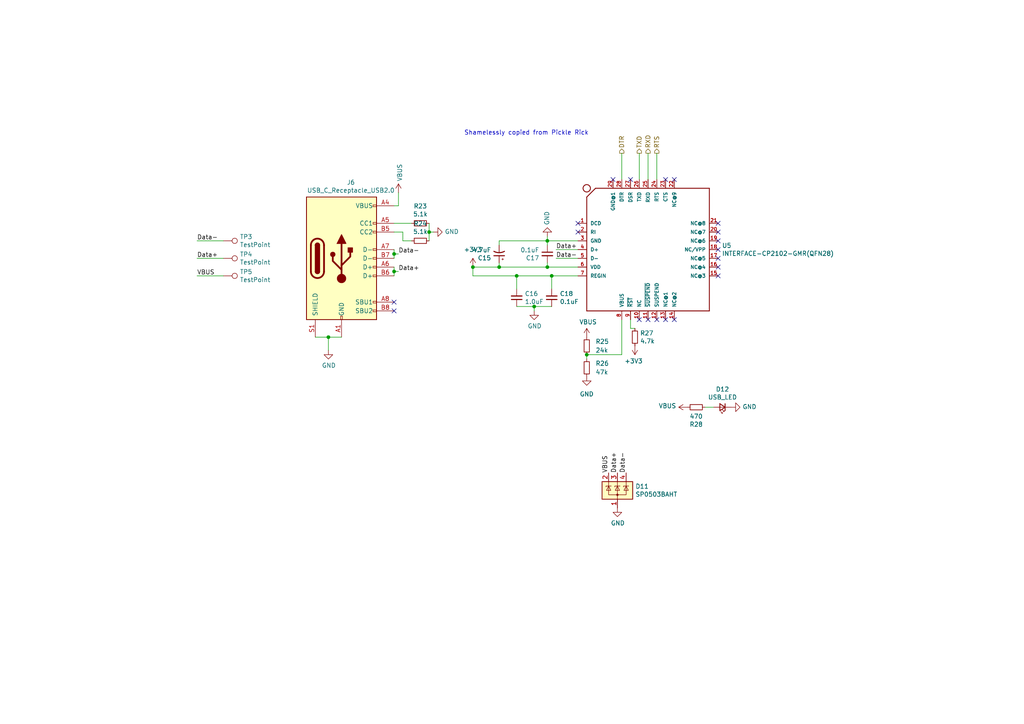
<source format=kicad_sch>
(kicad_sch (version 20211123) (generator eeschema)
  (paper "A4")
  (lib_symbols
    (symbol "Connector:TestPoint" (pin_numbers hide) (pin_names (offset 0.762) hide)
      (property "Reference" "TP" (at 0 6.858 0))
      (property "Value" "TestPoint" (at 0 5.08 0))
      (symbol "TestPoint_0_1"
        (circle (center 0 3.302) (radius 0.762))
      )
      (symbol "TestPoint_1_1"
        (pin passive line (at 0 0 90) (length 2.54) (name "1") (number "1"))
      )
    )
    (symbol "Connector:USB_C_Receptacle_USB2.0" (pin_names (offset 1.016))
      (property "Reference" "J" (at -10.16 19.05 0))
      (property "Value" "USB_C_Receptacle_USB2.0" (at 19.05 19.05 0))
      (symbol "USB_C_Receptacle_USB2.0_0_0"
        (rectangle (start -0.254 -17.78) (end 0.254 -16.764))
        (rectangle (start 10.16 -14.986) (end 9.144 -15.494))
        (rectangle (start 10.16 -12.446) (end 9.144 -12.954))
        (rectangle (start 10.16 -4.826) (end 9.144 -5.334))
        (rectangle (start 10.16 -2.286) (end 9.144 -2.794))
        (rectangle (start 10.16 0.254) (end 9.144 -0.254))
        (rectangle (start 10.16 2.794) (end 9.144 2.286))
        (rectangle (start 10.16 7.874) (end 9.144 7.366))
        (rectangle (start 10.16 10.414) (end 9.144 9.906))
        (rectangle (start 10.16 15.494) (end 9.144 14.986))
      )
      (symbol "USB_C_Receptacle_USB2.0_0_1"
        (rectangle (start -10.16 17.78) (end 10.16 -17.78) (stroke (width 0.254)) (fill (type background)))
        (arc (start -8.89 -3.81) (mid -6.985 -5.715) (end -5.08 -3.81) (stroke (width 0.508)))
        (arc (start -7.62 -3.81) (mid -6.985 -4.445) (end -6.35 -3.81) (stroke (width 0.254)))
        (arc (start -7.62 -3.81) (mid -6.985 -4.445) (end -6.35 -3.81) (stroke (width 0.254)) (fill (type outline)))
        (rectangle (start -7.62 -3.81) (end -6.35 3.81) (stroke (width 0.254)) (fill (type outline)))
        (arc (start -6.35 3.81) (mid -6.985 4.445) (end -7.62 3.81) (stroke (width 0.254)))
        (arc (start -6.35 3.81) (mid -6.985 4.445) (end -7.62 3.81) (stroke (width 0.254)) (fill (type outline)))
        (arc (start -5.08 3.81) (mid -6.985 5.715) (end -8.89 3.81) (stroke (width 0.508)))
        (circle (center -2.54 1.143) (radius 0.635) (stroke (width 0.254)) (fill (type outline)))
        (circle (center 0 -5.842) (radius 1.27) (fill (type outline)))
        (polyline (pts (xy -8.89 -3.81) (xy -8.89 3.81)) (stroke (width 0.508)))
        (polyline (pts (xy -5.08 3.81) (xy -5.08 -3.81)) (stroke (width 0.508)))
        (polyline (pts (xy 0 -5.842) (xy 0 4.318)) (stroke (width 0.508)))
        (polyline (pts (xy 0 -3.302) (xy -2.54 -0.762) (xy -2.54 0.508)) (stroke (width 0.508)))
        (polyline (pts (xy 0 -2.032) (xy 2.54 0.508) (xy 2.54 1.778)) (stroke (width 0.508)))
        (polyline (pts (xy -1.27 4.318) (xy 0 6.858) (xy 1.27 4.318) (xy -1.27 4.318)) (stroke (width 0.254)) (fill (type outline)))
        (rectangle (start 1.905 1.778) (end 3.175 3.048) (stroke (width 0.254)) (fill (type outline)))
      )
      (symbol "USB_C_Receptacle_USB2.0_1_1"
        (pin passive line (at 0 -22.86 90) (length 5.08) (name "GND") (number "A1"))
        (pin passive line (at 0 -22.86 90) (length 5.08) hide (name "GND") (number "A12"))
        (pin passive line (at 15.24 15.24 180) (length 5.08) (name "VBUS") (number "A4"))
        (pin bidirectional line (at 15.24 10.16 180) (length 5.08) (name "CC1") (number "A5"))
        (pin bidirectional line (at 15.24 -2.54 180) (length 5.08) (name "D+") (number "A6"))
        (pin bidirectional line (at 15.24 2.54 180) (length 5.08) (name "D-") (number "A7"))
        (pin bidirectional line (at 15.24 -12.7 180) (length 5.08) (name "SBU1") (number "A8"))
        (pin passive line (at 15.24 15.24 180) (length 5.08) hide (name "VBUS") (number "A9"))
        (pin passive line (at 0 -22.86 90) (length 5.08) hide (name "GND") (number "B1"))
        (pin passive line (at 0 -22.86 90) (length 5.08) hide (name "GND") (number "B12"))
        (pin passive line (at 15.24 15.24 180) (length 5.08) hide (name "VBUS") (number "B4"))
        (pin bidirectional line (at 15.24 7.62 180) (length 5.08) (name "CC2") (number "B5"))
        (pin bidirectional line (at 15.24 -5.08 180) (length 5.08) (name "D+") (number "B6"))
        (pin bidirectional line (at 15.24 0 180) (length 5.08) (name "D-") (number "B7"))
        (pin bidirectional line (at 15.24 -15.24 180) (length 5.08) (name "SBU2") (number "B8"))
        (pin passive line (at 15.24 15.24 180) (length 5.08) hide (name "VBUS") (number "B9"))
        (pin passive line (at -7.62 -22.86 90) (length 5.08) (name "SHIELD") (number "S1"))
      )
    )
    (symbol "Device:CP1_Small" (pin_numbers hide) (pin_names (offset 0.254) hide)
      (property "Reference" "C" (at 0.254 1.778 0))
      (property "Value" "Device_CP1_Small" (at 0.254 -2.032 0))
      (symbol "CP1_Small_0_1"
        (polyline (pts (xy -1.524 0.508) (xy 1.524 0.508)) (stroke (width 0.3048)))
        (polyline (pts (xy -1.27 1.524) (xy -0.762 1.524)))
        (polyline (pts (xy -1.016 1.27) (xy -1.016 1.778)))
        (arc (start 1.524 -0.762) (mid 0 -0.3734) (end -1.524 -0.762) (stroke (width 0.3048)))
      )
      (symbol "CP1_Small_1_1"
        (pin passive line (at 0 2.54 270) (length 2.032) (name "~") (number "1"))
        (pin passive line (at 0 -2.54 90) (length 2.032) (name "~") (number "2"))
      )
    )
    (symbol "Device:C_Small" (pin_numbers hide) (pin_names (offset 0.254) hide)
      (property "Reference" "C" (at 0.254 1.778 0))
      (property "Value" "C_Small" (at 0.254 -2.032 0))
      (symbol "C_Small_0_1"
        (polyline (pts (xy -1.524 -0.508) (xy 1.524 -0.508)) (stroke (width 0.3302)))
        (polyline (pts (xy -1.524 0.508) (xy 1.524 0.508)) (stroke (width 0.3048)))
      )
      (symbol "C_Small_1_1"
        (pin passive line (at 0 2.54 270) (length 2.032) (name "~") (number "1"))
        (pin passive line (at 0 -2.54 90) (length 2.032) (name "~") (number "2"))
      )
    )
    (symbol "Device:LED_Small" (pin_numbers hide) (pin_names (offset 0.254) hide)
      (property "Reference" "D" (at -1.27 3.175 0))
      (property "Value" "LED_Small" (at -4.445 -2.54 0))
      (symbol "LED_Small_0_1"
        (polyline (pts (xy -0.762 -1.016) (xy -0.762 1.016)) (stroke (width 0.254)))
        (polyline (pts (xy 1.016 0) (xy -0.762 0)))
        (polyline (pts (xy 0.762 -1.016) (xy -0.762 0) (xy 0.762 1.016) (xy 0.762 -1.016)) (stroke (width 0.254)))
        (polyline (pts (xy 0 0.762) (xy -0.508 1.27) (xy -0.254 1.27) (xy -0.508 1.27) (xy -0.508 1.016)))
        (polyline (pts (xy 0.508 1.27) (xy 0 1.778) (xy 0.254 1.778) (xy 0 1.778) (xy 0 1.524)))
      )
      (symbol "LED_Small_1_1"
        (pin passive line (at -2.54 0 0) (length 1.778) (name "K") (number "1"))
        (pin passive line (at 2.54 0 180) (length 1.778) (name "A") (number "2"))
      )
    )
    (symbol "Device:R_Small" (pin_numbers hide) (pin_names (offset 0.254) hide)
      (property "Reference" "R" (at 0.762 0.508 0))
      (property "Value" "R_Small" (at 0.762 -1.016 0))
      (symbol "R_Small_0_1"
        (rectangle (start -0.762 1.778) (end 0.762 -1.778) (stroke (width 0.2032)))
      )
      (symbol "R_Small_1_1"
        (pin passive line (at 0 2.54 270) (length 0.762) (name "~") (number "1"))
        (pin passive line (at 0 -2.54 90) (length 0.762) (name "~") (number "2"))
      )
    )
    (symbol "Power_Protection:SP0503BAHT" (pin_names hide)
      (property "Reference" "D" (at 5.715 2.54 0))
      (property "Value" "SP0503BAHT" (at 5.715 0.635 0))
      (symbol "SP0503BAHT_0_0"
        (pin passive line (at 0 -5.08 90) (length 2.54) (name "A") (number "1"))
      )
      (symbol "SP0503BAHT_0_1"
        (rectangle (start -4.445 2.54) (end 4.445 -2.54) (stroke (width 0.254)) (fill (type background)))
        (circle (center 0 -1.27) (radius 0.254) (fill (type outline)))
        (polyline (pts (xy -2.54 2.54) (xy -2.54 1.27)))
        (polyline (pts (xy 0 -1.27) (xy 0 -2.54)))
        (polyline (pts (xy 0 -1.27) (xy 0 1.27)))
        (polyline (pts (xy 0 2.54) (xy 0 1.27)))
        (polyline (pts (xy 0.635 1.27) (xy 0.762 1.27)))
        (polyline (pts (xy 2.54 2.54) (xy 2.54 1.27)))
        (polyline (pts (xy 0.635 1.27) (xy -0.762 1.27) (xy -0.762 1.016)))
        (polyline (pts (xy -3.302 1.016) (xy -3.302 1.27) (xy -1.905 1.27) (xy -1.778 1.27)))
        (polyline (pts (xy -2.54 1.27) (xy -2.54 -1.27) (xy 2.54 -1.27) (xy 2.54 1.27)))
        (polyline (pts (xy -2.54 1.27) (xy -1.905 0) (xy -3.175 0) (xy -2.54 1.27)))
        (polyline (pts (xy 0.635 0) (xy -0.635 0) (xy 0 1.27) (xy 0.635 0)))
        (polyline (pts (xy 1.778 1.016) (xy 1.778 1.27) (xy 3.175 1.27) (xy 3.302 1.27)))
        (polyline (pts (xy 2.54 1.27) (xy 1.905 0) (xy 3.175 0) (xy 2.54 1.27)))
      )
      (symbol "SP0503BAHT_1_1"
        (pin passive line (at -2.54 5.08 270) (length 2.54) (name "K") (number "2"))
        (pin passive line (at 0 5.08 270) (length 2.54) (name "K") (number "3"))
        (pin passive line (at 2.54 5.08 270) (length 2.54) (name "K") (number "4"))
      )
    )
    (symbol "iclr:INTERFACE-CP2102-GMR(QFN28)" (pin_names (offset 1.016))
      (property "Reference" "U" (at -17.8054 20.3454 0))
      (property "Value" "iclr_INTERFACE-CP2102-GMR(QFN28)" (at -17.78 -17.78 0))
      (symbol "INTERFACE-CP2102-GMR(QFN28)_0_0"
        (circle (center -17.78 17.78) (radius 1.0668) (stroke (width 0.254)))
        (polyline (pts (xy -17.78 -17.78) (xy -17.78 15.24)) (stroke (width 0.254)))
        (polyline (pts (xy -17.78 15.24) (xy -15.24 17.78)) (stroke (width 0.254)))
        (polyline (pts (xy -15.24 17.78) (xy 17.78 17.78)) (stroke (width 0.254)))
        (polyline (pts (xy 17.78 -17.78) (xy -17.78 -17.78)) (stroke (width 0.254)))
        (polyline (pts (xy 17.78 17.78) (xy 17.78 -17.78)) (stroke (width 0.254)))
        (pin bidirectional line (at -20.32 7.62 0) (length 2.54) (name "DCD") (number "1"))
        (pin bidirectional line (at -2.54 -20.32 90) (length 2.54) (name "NC") (number "10"))
        (pin bidirectional line (at 0 -20.32 90) (length 2.54) (name "~{SUSPEND}") (number "11"))
        (pin bidirectional line (at 2.54 -20.32 90) (length 2.54) (name "SUSPEND") (number "12"))
        (pin bidirectional line (at 5.08 -20.32 90) (length 2.54) (name "NC@1") (number "13"))
        (pin bidirectional line (at 7.62 -20.32 90) (length 2.54) (name "NC@2") (number "14"))
        (pin bidirectional line (at 20.32 -7.62 180) (length 2.54) (name "NC@3") (number "15"))
        (pin bidirectional line (at 20.32 -5.08 180) (length 2.54) (name "NC@4") (number "16"))
        (pin bidirectional line (at 20.32 -2.54 180) (length 2.54) (name "NC@5") (number "17"))
        (pin bidirectional line (at 20.32 0 180) (length 2.54) (name "NC/VPP") (number "18"))
        (pin bidirectional line (at 20.32 2.54 180) (length 2.54) (name "NC@6") (number "19"))
        (pin bidirectional line (at -20.32 5.08 0) (length 2.54) (name "RI") (number "2"))
        (pin bidirectional line (at 20.32 5.08 180) (length 2.54) (name "NC@7") (number "20"))
        (pin bidirectional line (at 20.32 7.62 180) (length 2.54) (name "NC@8") (number "21"))
        (pin bidirectional line (at 7.62 20.32 270) (length 2.54) (name "NC@9") (number "22"))
        (pin bidirectional line (at 5.08 20.32 270) (length 2.54) (name "CTS") (number "23"))
        (pin bidirectional line (at 2.54 20.32 270) (length 2.54) (name "RTS") (number "24"))
        (pin bidirectional line (at 0 20.32 270) (length 2.54) (name "RXD") (number "25"))
        (pin bidirectional line (at -2.54 20.32 270) (length 2.54) (name "TXD") (number "26"))
        (pin bidirectional line (at -5.08 20.32 270) (length 2.54) (name "DSR") (number "27"))
        (pin bidirectional line (at -7.62 20.32 270) (length 2.54) (name "DTR") (number "28"))
        (pin bidirectional line (at -10.16 20.32 270) (length 2.54) (name "GND@1") (number "29"))
        (pin bidirectional line (at -20.32 2.54 0) (length 2.54) (name "GND") (number "3"))
        (pin bidirectional line (at -20.32 0 0) (length 2.54) (name "D+") (number "4"))
        (pin bidirectional line (at -20.32 -2.54 0) (length 2.54) (name "D-") (number "5"))
        (pin bidirectional line (at -20.32 -5.08 0) (length 2.54) (name "VDD") (number "6"))
        (pin bidirectional line (at -20.32 -7.62 0) (length 2.54) (name "REGIN") (number "7"))
        (pin bidirectional line (at -7.62 -20.32 90) (length 2.54) (name "VBUS") (number "8"))
        (pin bidirectional line (at -5.08 -20.32 90) (length 2.54) (name "~{RST}") (number "9"))
      )
    )
    (symbol "power:+3.3V" (power) (pin_names (offset 0))
      (property "Value" "+3.3V" (at 0 3.556 0))
      (symbol "+3.3V_0_1"
        (polyline (pts (xy -0.762 1.27) (xy 0 2.54)))
        (polyline (pts (xy 0 0) (xy 0 2.54)))
        (polyline (pts (xy 0 2.54) (xy 0.762 1.27)))
      )
      (symbol "+3.3V_1_1"
        (pin power_in line (at 0 0 90) (length 0) hide (name "+3V3") (number "1"))
      )
    )
    (symbol "power:GND" (power) (pin_names (offset 0))
      (property "Value" "GND" (at 0 -3.81 0))
      (symbol "GND_0_1"
        (polyline (pts (xy 0 0) (xy 0 -1.27) (xy 1.27 -1.27) (xy 0 -2.54) (xy -1.27 -1.27) (xy 0 -1.27)))
      )
      (symbol "GND_1_1"
        (pin power_in line (at 0 0 270) (length 0) hide (name "GND") (number "1"))
      )
    )
    (symbol "power:VBUS" (power) (pin_names (offset 0))
      (property "Value" "VBUS" (at 0 3.81 0))
      (symbol "VBUS_0_1"
        (polyline (pts (xy -0.762 1.27) (xy 0 2.54)))
        (polyline (pts (xy 0 0) (xy 0 2.54)))
        (polyline (pts (xy 0 2.54) (xy 0.762 1.27)))
      )
      (symbol "VBUS_1_1"
        (pin power_in line (at 0 0 90) (length 0) hide (name "VBUS") (number "1"))
      )
    )
  )
  (junction (at 160.02 80.01))
  (junction (at 158.75 77.47))
  (junction (at 137.16 77.47))
  (junction (at 114.3 78.74))
  (junction (at 114.3 73.66))
  (junction (at 124.46 67.31))
  (junction (at 144.78 77.47))
  (junction (at 154.94 88.9))
  (junction (at 170.18 102.87))
  (junction (at 149.86 80.01))
  (junction (at 158.75 69.85))
  (junction (at 95.25 97.79))
  (no_connect (at 208.28 80.01))
  (no_connect (at 208.28 64.77))
  (no_connect (at 167.64 64.77))
  (no_connect (at 177.8 52.07))
  (no_connect (at 182.88 52.07))
  (no_connect (at 114.3 87.63))
  (no_connect (at 208.28 72.39))
  (no_connect (at 208.28 77.47))
  (no_connect (at 208.28 69.85))
  (no_connect (at 190.5 92.71))
  (no_connect (at 187.96 92.71))
  (no_connect (at 208.28 67.31))
  (no_connect (at 195.58 92.71))
  (no_connect (at 193.04 92.71))
  (no_connect (at 114.3 90.17))
  (no_connect (at 185.42 92.71))
  (no_connect (at 193.04 52.07))
  (no_connect (at 167.64 67.31))
  (no_connect (at 208.28 74.93))
  (no_connect (at 195.58 52.07))
  (wire (pts (xy 124.46 64.77) (xy 124.46 67.31)))
  (wire (pts (xy 91.44 97.79) (xy 95.25 97.79)))
  (wire (pts (xy 190.5 52.07) (xy 190.5 44.45)))
  (wire (pts (xy 158.75 69.85) (xy 158.75 71.12)))
  (wire (pts (xy 116.84 67.31) (xy 116.84 69.85)))
  (wire (pts (xy 180.34 52.07) (xy 180.34 44.45)))
  (wire (pts (xy 158.75 77.47) (xy 167.64 77.47)))
  (wire (pts (xy 114.3 73.66) (xy 115.57 73.66)))
  (wire (pts (xy 137.16 77.47) (xy 137.16 80.01)))
  (wire (pts (xy 154.94 88.9) (xy 160.02 88.9)))
  (wire (pts (xy 116.84 69.85) (xy 119.38 69.85)))
  (wire (pts (xy 149.86 83.82) (xy 149.86 80.01)))
  (wire (pts (xy 158.75 76.2) (xy 158.75 77.47)))
  (wire (pts (xy 185.42 52.07) (xy 185.42 44.45)))
  (wire (pts (xy 154.94 88.9) (xy 154.94 90.17)))
  (wire (pts (xy 170.18 102.87) (xy 170.18 104.14)))
  (wire (pts (xy 182.88 95.25) (xy 184.15 95.25)))
  (wire (pts (xy 57.15 69.85) (xy 64.77 69.85)))
  (wire (pts (xy 114.3 73.66) (xy 114.3 72.39)))
  (wire (pts (xy 124.46 69.85) (xy 124.46 67.31)))
  (wire (pts (xy 149.86 88.9) (xy 154.94 88.9)))
  (wire (pts (xy 114.3 64.77) (xy 119.38 64.77)))
  (wire (pts (xy 144.78 76.2) (xy 144.78 77.47)))
  (wire (pts (xy 115.57 55.88) (xy 115.57 59.69)))
  (wire (pts (xy 95.25 97.79) (xy 95.25 101.6)))
  (wire (pts (xy 149.86 80.01) (xy 137.16 80.01)))
  (wire (pts (xy 182.88 92.71) (xy 182.88 95.25)))
  (wire (pts (xy 114.3 77.47) (xy 114.3 78.74)))
  (wire (pts (xy 158.75 77.47) (xy 144.78 77.47)))
  (wire (pts (xy 115.57 59.69) (xy 114.3 59.69)))
  (wire (pts (xy 144.78 71.12) (xy 144.78 69.85)))
  (wire (pts (xy 207.01 118.11) (xy 204.47 118.11)))
  (wire (pts (xy 57.15 80.01) (xy 64.77 80.01)))
  (wire (pts (xy 144.78 69.85) (xy 158.75 69.85)))
  (wire (pts (xy 161.29 72.39) (xy 167.64 72.39)))
  (wire (pts (xy 95.25 97.79) (xy 99.06 97.79)))
  (wire (pts (xy 57.15 74.93) (xy 64.77 74.93)))
  (wire (pts (xy 149.86 80.01) (xy 160.02 80.01)))
  (wire (pts (xy 114.3 67.31) (xy 116.84 67.31)))
  (wire (pts (xy 167.64 69.85) (xy 158.75 69.85)))
  (wire (pts (xy 187.96 52.07) (xy 187.96 44.45)))
  (wire (pts (xy 180.34 92.71) (xy 180.34 102.87)))
  (wire (pts (xy 114.3 74.93) (xy 114.3 73.66)))
  (wire (pts (xy 114.3 78.74) (xy 114.3 80.01)))
  (wire (pts (xy 114.3 78.74) (xy 115.57 78.74)))
  (wire (pts (xy 137.16 77.47) (xy 144.78 77.47)))
  (wire (pts (xy 124.46 67.31) (xy 125.73 67.31)))
  (wire (pts (xy 158.75 68.58) (xy 158.75 69.85)))
  (wire (pts (xy 160.02 80.01) (xy 167.64 80.01)))
  (wire (pts (xy 170.18 102.87) (xy 180.34 102.87)))
  (wire (pts (xy 160.02 83.82) (xy 160.02 80.01)))
  (wire (pts (xy 161.29 74.93) (xy 167.64 74.93)))
  (text "Shamelessly copied from Pickle Rick" (at 134.62 39.37 0) (effects (font (size 1.27 1.27)) (justify left bottom)))
  (label "Data-" (at 181.61 137.16 90))
  (label "Data-" (at 161.29 74.93 0))
  (label "VBUS" (at 57.15 80.01 0))
  (label "Data+" (at 179.07 137.16 90))
  (label "Data-" (at 57.15 69.85 0))
  (label "Data+" (at 115.57 78.74 0))
  (label "Data-" (at 115.57 73.66 0))
  (label "VBUS" (at 176.53 137.16 90))
  (label "Data+" (at 57.15 74.93 0))
  (label "Data+" (at 161.29 72.39 0))
  (hierarchical_label "DTR" (shape output) (at 180.34 44.45 90))
  (hierarchical_label "TXD" (shape output) (at 185.42 44.45 90))
  (hierarchical_label "RTS" (shape output) (at 190.5 44.45 90))
  (hierarchical_label "RXD" (shape output) (at 187.96 44.45 90))
  (symbol (lib_id "Device:CP1_Small") (at 144.78 73.66 180) (unit 1)
    (property "Reference" "C15" (at 142.4686 74.8284 0) (effects (justify left)))
    (property "Value" "4.7uF" (at 142.4686 72.517 0) (effects (justify left)))
    (property "Footprint" "Capacitor_SMD:CP_Elec_3x5.3" (effects hide))
  )
  (symbol (lib_id "power:VBUS") (at 170.18 97.79 0) (unit 1)
    (property "Reference" "#PWR0126" (effects hide))
    (property "Value" "VBUS" (at 170.561 93.3958 0))
  )
  (symbol (lib_id "power:VBUS") (at 115.57 55.88 0) (unit 1)
    (property "Reference" "#PWR0131" (effects hide))
    (property "Value" "VBUS" (at 115.951 52.6288 90) (effects (justify left)))
  )
  (symbol (lib_id "Device:C_Small") (at 158.75 73.66 0) (unit 1)
    (property "Reference" "C17" (at 156.4132 74.8284 0) (effects (justify right)))
    (property "Value" "0.1uF" (at 156.4132 72.517 0) (effects (justify right)))
    (property "Footprint" "Capacitor_SMD:C_0603_1608Metric" (effects hide))
  )
  (symbol (lib_id "power:GND") (at 95.25 101.6 0) (unit 1)
    (property "Reference" "#PWR0130" (effects hide))
    (property "Value" "GND" (at 95.377 105.9942 0))
  )
  (symbol (lib_id "power:GND") (at 179.07 147.32 0) (unit 1)
    (property "Reference" "#PWR0123" (effects hide))
    (property "Value" "GND" (at 179.197 151.7142 0))
  )
  (symbol (lib_id "Connector:TestPoint") (at 64.77 69.85 270) (unit 1)
    (property "Reference" "TP3" (at 69.5452 68.6816 90) (effects (justify left)))
    (property "Value" "TestPoint" (at 69.5452 70.993 90) (effects (justify left)))
    (property "Footprint" "TestPoint:TestPoint_Pad_D1.0mm" (effects hide))
  )
  (symbol (lib_id "iclr:INTERFACE-CP2102-GMR(QFN28)") (at 187.96 72.39 0) (unit 1)
    (property "Reference" "U5" (at 209.3976 71.2216 0) (effects (justify left)))
    (property "Value" "INTERFACE-CP2102-GMR(QFN28)" (at 209.3976 73.533 0) (effects (justify left)))
    (property "Footprint" "iclr:QFN28G_0.5-5X5MM" (effects hide))
    (property "VALUE" "CP2102-GMR-QFN28" (effects hide))
    (property "MPN" "CP2102-GMR" (effects hide))
  )
  (symbol (lib_id "Device:R_Small") (at 121.92 64.77 90) (unit 1)
    (property "Reference" "R23" (at 121.92 59.7916 90))
    (property "Value" "5.1k" (at 121.92 62.103 90))
    (property "Footprint" "Resistor_SMD:R_0603_1608Metric" (effects hide))
  )
  (symbol (lib_id "Device:R_Small") (at 170.18 100.33 180) (unit 1)
    (property "Reference" "R25" (at 172.72 99.0599 0) (effects (justify right)))
    (property "Value" "24k" (at 172.72 101.5999 0) (effects (justify right)))
    (property "Footprint" "Resistor_SMD:R_0603_1608Metric" (effects hide))
  )
  (symbol (lib_id "power:GND") (at 125.73 67.31 90) (unit 1)
    (property "Reference" "#PWR0129" (effects hide))
    (property "Value" "GND" (at 128.9812 67.183 90) (effects (justify right)))
  )
  (symbol (lib_id "Device:R_Small") (at 170.18 106.68 180) (unit 1)
    (property "Reference" "R26" (at 172.72 105.4099 0) (effects (justify right)))
    (property "Value" "47k" (at 172.72 107.9499 0) (effects (justify right)))
    (property "Footprint" "Resistor_SMD:R_0603_1608Metric" (effects hide))
  )
  (symbol (lib_id "Device:C_Small") (at 160.02 86.36 180) (unit 1)
    (property "Reference" "C18" (at 162.3568 85.1916 0) (effects (justify right)))
    (property "Value" "0.1uF" (at 162.3568 87.503 0) (effects (justify right)))
    (property "Footprint" "Capacitor_SMD:C_0603_1608Metric" (effects hide))
  )
  (symbol (lib_id "power:GND") (at 212.09 118.11 90) (unit 1)
    (property "Reference" "#PWR0121" (effects hide))
    (property "Value" "GND" (at 215.3412 117.983 90) (effects (justify right)))
  )
  (symbol (lib_id "Device:LED_Small") (at 209.55 118.11 180) (unit 1)
    (property "Reference" "D12" (at 209.55 112.903 0))
    (property "Value" "USB_LED" (at 209.55 115.2144 0))
    (property "Footprint" "LED_SMD:LED_0603_1608Metric" (effects hide))
  )
  (symbol (lib_id "power:GND") (at 170.18 109.22 0) (unit 1)
    (property "Reference" "#PWR0124" (effects hide))
    (property "Value" "GND" (at 170.18 114.3 0))
  )
  (symbol (lib_id "Device:R_Small") (at 121.92 69.85 270) (unit 1)
    (property "Reference" "R24" (at 121.92 64.8716 90))
    (property "Value" "5.1k" (at 121.92 67.183 90))
    (property "Footprint" "Resistor_SMD:R_0603_1608Metric" (effects hide))
  )
  (symbol (lib_id "Device:R_Small") (at 184.15 97.79 180) (unit 1)
    (property "Reference" "R27" (at 185.6486 96.6216 0) (effects (justify right)))
    (property "Value" "4.7k" (at 185.6486 98.933 0) (effects (justify right)))
    (property "Footprint" "Resistor_SMD:R_0603_1608Metric" (effects hide))
  )
  (symbol (lib_id "Power_Protection:SP0503BAHT") (at 179.07 142.24 0) (unit 1)
    (property "Reference" "D11" (at 184.277 141.0716 0) (effects (justify left)))
    (property "Value" "SP0503BAHT" (at 184.277 143.383 0) (effects (justify left)))
    (property "Footprint" "Package_TO_SOT_SMD:SOT-143" (effects hide))
    (property "Datasheet" "http://www.littelfuse.com/~/media/files/littelfuse/technical%20resources/documents/data%20sheets/sp05xxba.pdf" (effects hide))
  )
  (symbol (lib_id "power:GND") (at 158.75 68.58 180) (unit 1)
    (property "Reference" "#PWR0128" (effects hide))
    (property "Value" "GND" (at 158.623 65.3288 90) (effects (justify right)))
  )
  (symbol (lib_id "power:+3.3V") (at 184.15 100.33 180) (unit 1)
    (property "Reference" "#PWR0122" (effects hide))
    (property "Value" "+3.3V" (at 183.769 104.7242 0))
  )
  (symbol (lib_id "power:VBUS") (at 199.39 118.11 90) (unit 1)
    (property "Reference" "#PWR0120" (effects hide))
    (property "Value" "VBUS" (at 196.1388 117.729 90) (effects (justify left)))
  )
  (symbol (lib_id "Connector:USB_C_Receptacle_USB2.0") (at 99.06 74.93 0) (unit 1)
    (property "Reference" "J6" (at 101.7778 52.9082 0))
    (property "Value" "USB_C_Receptacle_USB2.0" (at 101.7778 55.2196 0))
    (property "Footprint" "Connector_USB:USB_C_Receptacle_GCT_USB4085" (effects hide))
    (property "Datasheet" "https://www.usb.org/sites/default/files/documents/usb_type-c.zip" (effects hide))
  )
  (symbol (lib_id "power:+3.3V") (at 137.16 77.47 0) (unit 1)
    (property "Reference" "#PWR0125" (effects hide))
    (property "Value" "+3.3V" (at 137.16 72.39 0))
  )
  (symbol (lib_id "power:GND") (at 154.94 90.17 0) (unit 1)
    (property "Reference" "#PWR0127" (effects hide))
    (property "Value" "GND" (at 155.067 94.5642 0))
  )
  (symbol (lib_id "Connector:TestPoint") (at 64.77 74.93 270) (unit 1)
    (property "Reference" "TP4" (at 69.5452 73.7616 90) (effects (justify left)))
    (property "Value" "TestPoint" (at 69.5452 76.073 90) (effects (justify left)))
    (property "Footprint" "TestPoint:TestPoint_Pad_D1.0mm" (effects hide))
  )
  (symbol (lib_id "Device:R_Small") (at 201.93 118.11 90) (unit 1)
    (property "Reference" "R28" (at 201.93 123.0884 90))
    (property "Value" "470" (at 201.93 120.777 90))
    (property "Footprint" "Resistor_SMD:R_0603_1608Metric" (effects hide))
  )
  (symbol (lib_id "Device:C_Small") (at 149.86 86.36 180) (unit 1)
    (property "Reference" "C16" (at 152.1968 85.1916 0) (effects (justify right)))
    (property "Value" "1.0uF" (at 152.1968 87.503 0) (effects (justify right)))
    (property "Footprint" "Capacitor_SMD:C_0603_1608Metric" (effects hide))
  )
  (symbol (lib_id "Connector:TestPoint") (at 64.77 80.01 270) (unit 1)
    (property "Reference" "TP5" (at 69.5452 78.8416 90) (effects (justify left)))
    (property "Value" "TestPoint" (at 69.5452 81.153 90) (effects (justify left)))
    (property "Footprint" "TestPoint:TestPoint_Pad_D1.0mm" (effects hide))
  )
)
</source>
